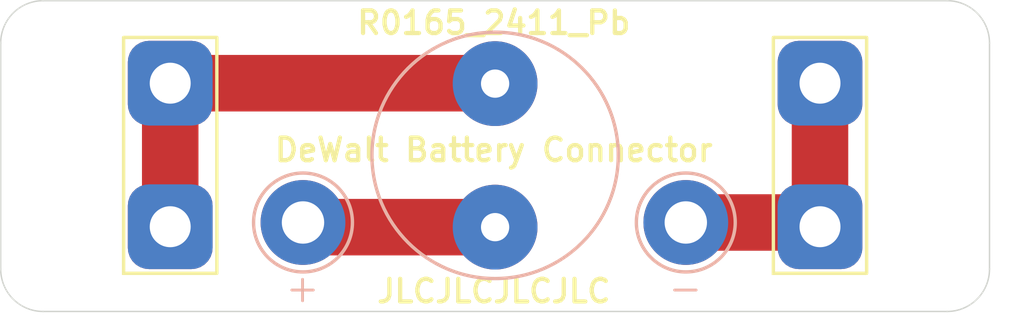
<source format=kicad_pcb>
(kicad_pcb (version 20221018) (generator pcbnew)
  (layers (0 "F.Cu" signal) (31 "B.Cu" signal) (34 "B.Paste" user) (35 "F.Paste" user) (36 "B.SilkS" user "B.Silkscreen") (37 "F.SilkS" user "F.Silkscreen") (38 "B.Mask" user) (39 "F.Mask" user) (44 "Edge.Cuts" user))
  (net 0 "")
  (net 1 "Net-(J1-Pin_1)")
  (net 2 "/Pos")
  (net 3 "/Neg")
  (footprint "Retronics_Connectors:62650-1" (layer "F.Cu") (at 103 80 90)
    (fp_text reference "J2" hide)
    (fp_text value "-" hide)
    (fp_rect (start -1.65 -1.65) (end 6.7 1.65) (stroke (width 0.12)) (fill none) (layer "F.SilkS"))
    (pad "1" thru_hole roundrect locked (at 0 0 90) (size 3 3) (drill 1.45) (layers "*.Cu" "*.Mask") (net 3 "/Neg"))
    (pad "1" thru_hole roundrect locked (at 5.08 0 90) (size 3 3) (drill 1.45) (layers "*.Cu" "*.Mask") (net 3 "/Neg"))
  )
  (footprint "Retronics_Connectors:62650-1" (layer "F.Cu") (at 80 80 90)
    (fp_text reference "J1" hide)
    (fp_text value "+" hide)
    (fp_rect (start -1.65 -1.65) (end 6.7 1.65) (stroke (width 0.12)) (fill none) (layer "F.SilkS"))
    (pad "1" thru_hole roundrect locked (at 0 0 90) (size 3 3) (drill 1.45) (layers "*.Cu" "*.Mask") (net 1 "Net-(J1-Pin_1)"))
    (pad "1" thru_hole roundrect locked (at 5.08 0 90) (size 3 3) (drill 1.45) (layers "*.Cu" "*.Mask") (net 1 "Net-(J1-Pin_1)"))
  )
  (footprint "Retronics_Protection:Fuse_Littelfuse_372_D8.50mm" (layer "B.Cu") (at 91.5 74.935 -90)
    (fp_text reference "F1" hide)
    (fp_text value "Fuse")
    (fp_circle (center 2.54 0) (end 6.9 0) (stroke (width 0.12)) (fill none) (layer "B.SilkS"))
    (pad "1" thru_hole circle locked (at 0 0 270) (size 3 3) (drill 1) (layers "*.Cu" "*.Mask") (net 1 "Net-(J1-Pin_1)"))
    (pad "2" thru_hole circle locked (at 5.08 0 270) (size 3 3) (drill 1) (layers "*.Cu" "*.Mask") (net 2 "/Pos"))
  )
  (footprint "TestPoint:TestPoint_THTPad_D3.0mm_Drill1.5mm" (layer "B.Cu") (at 98.25 79.85 180)
    (fp_text reference "J4" hide)
    (fp_text value "-")
    (fp_circle (center 0 0) (end 0 -1.75) (stroke (width 0.12)) (fill none) (layer "B.SilkS"))
    (pad "1" thru_hole circle locked (at 0 0 180) (size 3 3) (drill 1.5) (layers "*.Cu" "*.Mask") (net 3 "/Neg"))
  )
  (footprint "TestPoint:TestPoint_THTPad_D3.0mm_Drill1.5mm" (layer "B.Cu") (at 84.7 79.85 180)
    (fp_text reference "J3" hide)
    (fp_text value "+")
    (fp_circle (center 0 0) (end 0 -1.75) (stroke (width 0.12)) (fill none) (layer "B.SilkS"))
    (pad "1" thru_hole circle locked (at 0 0 180) (size 3 3) (drill 1.5) (layers "*.Cu" "*.Mask") (net 2 "/Pos"))
  )
  (gr_line (start 74 81.5) (end 74 73.5) (stroke (width 0.05)) (layer "Edge.Cuts"))
  (gr_arc (start 109 81.5) (mid 108.56066 82.56066) (end 107.5 83) (stroke (width 0.05)) (layer "Edge.Cuts"))
  (gr_line (start 109 73.5) (end 109 81.5) (stroke (width 0.05)) (layer "Edge.Cuts"))
  (gr_line (start 107.5 83) (end 75.5 83) (stroke (width 0.05)) (layer "Edge.Cuts"))
  (gr_arc (start 74 73.5) (mid 74.43934 72.43934) (end 75.5 72) (stroke (width 0.05)) (layer "Edge.Cuts"))
  (gr_line (start 75.5 72) (end 107.5 72) (stroke (width 0.05)) (layer "Edge.Cuts"))
  (gr_arc (start 107.5 72) (mid 108.56066 72.43934) (end 109 73.5) (stroke (width 0.05)) (layer "Edge.Cuts"))
  (gr_arc (start 75.5 83) (mid 74.43934 82.56066) (end 74 81.5) (stroke (width 0.05)) (layer "Edge.Cuts"))
  (gr_text "-" (at 98.919048 82.75) (layer "B.SilkS") (effects (font (size 1 1) (thickness 0.1)) (justify left bottom mirror)))
  (gr_text "+" (at 85.369048 82.75) (layer "B.SilkS") (effects (font (size 1 1) (thickness 0.1)) (justify left bottom mirror)))
  (gr_text "JLCJLCJLCJLC" (at 87.240714 82.75) (layer "F.SilkS") (effects (font (size 0.8 0.8) (thickness 0.15) bold) (justify left bottom)))
  (gr_text "R0165_2411_Pb\n" (at 86.535951 73.25) (layer "F.SilkS") (effects (font (size 0.8 0.8) (thickness 0.15) bold) (justify left bottom)))
  (gr_text "DeWalt Battery Connector" (at 83.621665 77.75) (layer "F.SilkS") (effects (font (size 0.8 0.8) (thickness 0.15) bold) (justify left bottom)))
  (segment (start 91.485 74.92) (end 91.5 74.935) (width 2) (layer "F.Cu") (net 1))
  (segment (start 80 80) (end 80 74.92) (width 2) (layer "F.Cu") (net 1))
  (segment (start 80 74.92) (end 91.485 74.92) (width 2) (layer "F.Cu") (net 1))
  (segment (start 91.5 80.015) (end 84.865 80.015) (width 2) (layer "F.Cu") (net 2))
  (segment (start 84.865 80.015) (end 84.7 79.85) (width 2) (layer "F.Cu") (net 2))
  (segment (start 98.25 79.85) (end 102.85 79.85) (width 2) (layer "F.Cu") (net 3))
  (segment (start 102.85 79.85) (end 103 80) (width 2) (layer "F.Cu") (net 3))
  (segment (start 103 80) (end 103 74.92) (width 2) (layer "F.Cu") (net 3))
)
</source>
